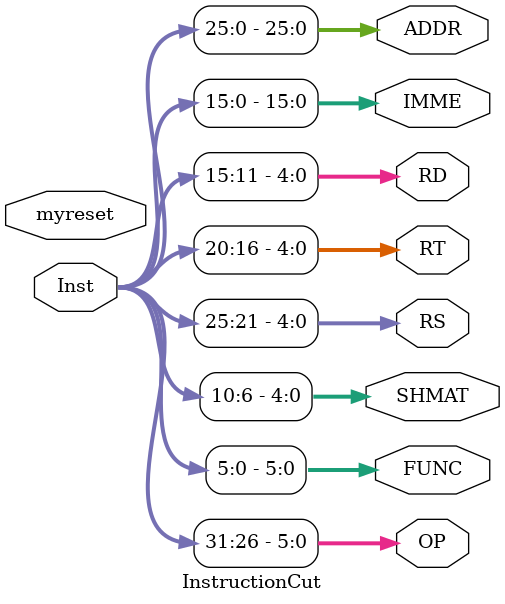
<source format=v>
module InstructionCut(
    input myreset,                  // 复位信号，未使用
    input [31:0] Inst,              // 输入的32位指令
    output reg [5:0] OP,            // 操作码 (Opcode)，6位
    output reg [5:0] FUNC,          // 功能码 (Function code)，6位
    output reg [4:0] SHMAT,         // 移位量 (Shift amount)，5位
    output reg [4:0] RS,            // 源寄存器 (Source Register)，5位
    output reg [4:0] RT,            // 目标寄存器 (Target Register)，5位
    output reg [4:0] RD,            // 结果寄存器 (Destination Register)，5位
    output reg [15:0] IMME,         // 立即数 (Immediate)，16位
    output reg [25:0] ADDR          // 地址 (Address)，26位 (用于J型指令)
);

always@(Inst)
begin
    // 指令解析
    // 提取操作码、寄存器、移位量、功能码、立即数和地址

    // R型指令: OP + RS + RT + RD + SHAMT + FUNC
    OP = Inst[31:26];       // 提取操作码 OP
    RS = Inst[25:21];       // 提取源寄存器 RS
    RT = Inst[20:16];       // 提取目标寄存器 RT
    RD = Inst[15:11];       // 提取结果寄存器 RD
    SHMAT = Inst[10:6];     // 提取移位量 SHAMT
    FUNC = Inst[5:0];       // 提取功能码 FUNC

    // I型指令: OP + RS + RT + IMME
    IMME = Inst[15:0];      // 提取立即数 IMME

    // J型指令: OP + ADDR
    ADDR = Inst[25:0];      // 提取地址 ADDR

end

endmodule

</source>
